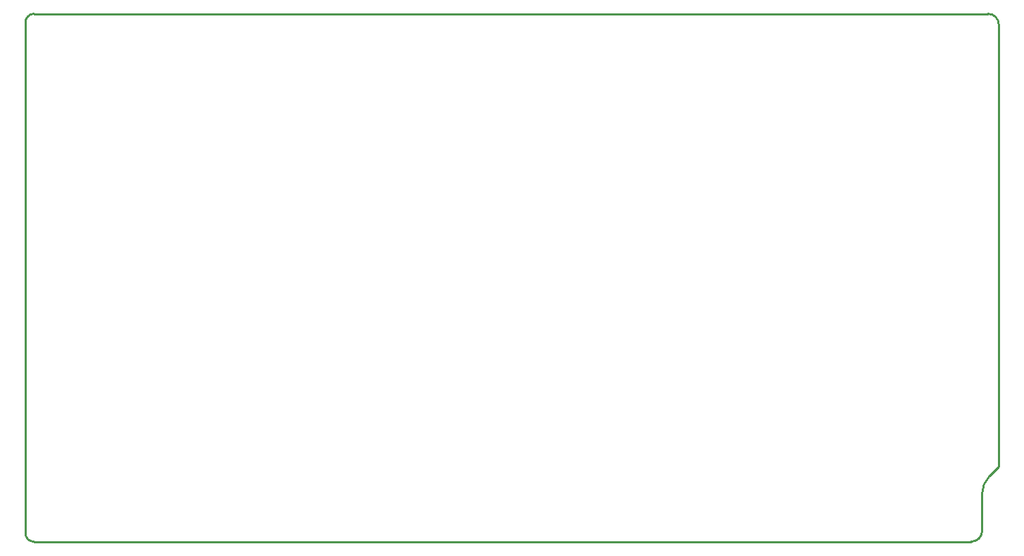
<source format=gm1>
G04*
G04 #@! TF.GenerationSoftware,Altium Limited,Altium Designer,24.6.1 (21)*
G04*
G04 Layer_Color=16711935*
%FSLAX24Y24*%
%MOIN*%
G70*
G04*
G04 #@! TF.SameCoordinates,3324350E-0B28-4C73-BA69-32ECCD091292*
G04*
G04*
G04 #@! TF.FilePolarity,Positive*
G04*
G01*
G75*
%ADD11C,0.0098*%
%ADD16C,0.0100*%
D11*
X44767Y0D02*
G03*
X45277Y510I0J510D01*
G01*
X45638Y3117D02*
G03*
X45277Y2246I871J-871D01*
G01*
X46065Y24500D02*
G03*
X45565Y25000I-500J0D01*
G01*
X45277Y510D02*
Y2246D01*
X45638Y3117D02*
X46065Y3543D01*
Y24500D01*
X400Y0D02*
X44767D01*
D16*
X0Y400D02*
G03*
X400Y0I400J0D01*
G01*
Y25000D02*
G03*
X0Y24600I0J-400D01*
G01*
X400Y25000D02*
X45565D01*
X0Y400D02*
X0Y24600D01*
M02*

</source>
